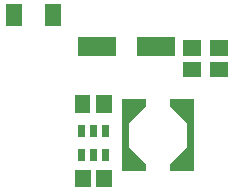
<source format=gbr>
G04 start of page 10 for group -4015 idx -4015 *
G04 Title: (unknown), toppaste *
G04 Creator: pcb 20140316 *
G04 CreationDate: Thu 20 Aug 2020 03:11:14 AM GMT UTC *
G04 For: railfan *
G04 Format: Gerber/RS-274X *
G04 PCB-Dimensions (mil): 1150.00 910.00 *
G04 PCB-Coordinate-Origin: lower left *
%MOIN*%
%FSLAX25Y25*%
%LNTOPPASTE*%
%ADD53R,0.0630X0.0630*%
%ADD52R,0.0240X0.0240*%
%ADD51C,0.0001*%
%ADD50R,0.0230X0.0230*%
%ADD49R,0.0512X0.0512*%
%ADD48R,0.0550X0.0550*%
G54D48*X30500Y73000D02*Y71000D01*
X43500Y73000D02*Y71000D01*
G54D49*X98607Y53957D02*X99393D01*
X98607Y61043D02*X99393D01*
X60593Y17943D02*Y17157D01*
X53507Y17943D02*Y17157D01*
X53457Y42893D02*Y42107D01*
X60543Y42893D02*Y42107D01*
G54D50*X67850Y42750D02*Y21350D01*
X73450D01*
X67850Y42750D02*X73450D01*
X89250D02*Y21350D01*
X83650D02*X89250D01*
X83650Y42750D02*X89250D01*
G54D51*G36*
X69000Y28094D02*X74594Y22500D01*
X72473Y20379D01*
X66879Y25973D01*
X69000Y28094D01*
G37*
G36*
X66879Y38127D02*X72473Y43721D01*
X74594Y41600D01*
X69000Y36006D01*
X66879Y38127D01*
G37*
G36*
X82506Y22500D02*X88100Y28094D01*
X90221Y25973D01*
X84627Y20379D01*
X82506Y22500D01*
G37*
G36*
X84627Y43721D02*X90221Y38127D01*
X88100Y36006D01*
X82506Y41600D01*
X84627Y43721D01*
G37*
G36*
X67200Y24300D02*Y20700D01*
X70800D01*
Y24300D01*
X67200D01*
G37*
G36*
Y43400D02*Y39800D01*
X70800D01*
Y43400D01*
X67200D01*
G37*
G36*
X86300Y24300D02*Y20700D01*
X89900D01*
Y24300D01*
X86300D01*
G37*
G36*
Y43400D02*Y39800D01*
X89900D01*
Y43400D01*
X86300D01*
G37*
G54D52*X60950Y34350D02*Y32750D01*
X57050Y34350D02*Y32750D01*
X53150Y34350D02*Y32750D01*
Y26150D02*Y24550D01*
X57050Y26150D02*Y24550D01*
X60950Y26150D02*Y24550D01*
G54D49*X89607Y53957D02*X90393D01*
X89607Y61043D02*X90393D01*
G54D53*X55008Y61500D02*X61307D01*
X74693D02*X80992D01*
M02*

</source>
